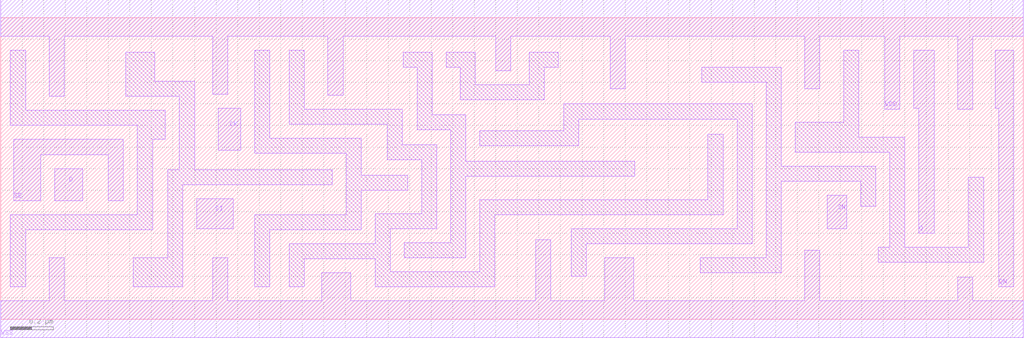
<source format=lef>
# 
# ******************************************************************************
# *                                                                            *
# *                   Copyright (C) 2004-2010, Nangate Inc.                    *
# *                           All rights reserved.                             *
# *                                                                            *
# * Nangate and the Nangate logo are trademarks of Nangate Inc.                *
# *                                                                            *
# * All trademarks, logos, software marks, and trade names (collectively the   *
# * "Marks") in this program are proprietary to Nangate or other respective    *
# * owners that have granted Nangate the right and license to use such Marks.  *
# * You are not permitted to use the Marks without the prior written consent   *
# * of Nangate or such third party that may own the Marks.                     *
# *                                                                            *
# * This file has been provided pursuant to a License Agreement containing     *
# * restrictions on its use. This file contains valuable trade secrets and     *
# * proprietary information of Nangate Inc., and is protected by U.S. and      *
# * international laws and/or treaties.                                        *
# *                                                                            *
# * The copyright notice(s) in this file does not indicate actual or intended  *
# * publication of this file.                                                  *
# *                                                                            *
# *     NGLibraryCreator, v2010.08-HR32-SP3-2010-08-05 - build 1009061800      *
# *                                                                            *
# ******************************************************************************
# 
# 
# Running on brazil06.nangate.com.br for user Giancarlo Franciscatto (gfr).
# Local time is now Fri, 3 Dec 2010, 19:32:18.
# Main process id is 27821.

VERSION 5.6 ;
BUSBITCHARS "[]" ;
DIVIDERCHAR "/" ;

MACRO SDFFS_X1
  CLASS core ;
  FOREIGN SDFFS_X1 0.0 0.0 ;
  ORIGIN 0 0 ;
  SYMMETRY X Y ;
  SITE FreePDK45_38x28_10R_NP_162NW_34O ;
  SIZE 4.75 BY 1.4 ;
  PIN D
    DIRECTION INPUT ;
    ANTENNAPARTIALMETALAREA 0.0195 LAYER metal1 ;
    ANTENNAPARTIALMETALSIDEAREA 0.0728 LAYER metal1 ;
    ANTENNAGATEAREA 0.03475 ;
    PORT
      LAYER metal1 ;
        POLYGON 0.25 0.55 0.38 0.55 0.38 0.7 0.25 0.7  ;
    END
  END D
  PIN SE
    DIRECTION INPUT ;
    ANTENNAPARTIALMETALAREA 0.077625 LAYER metal1 ;
    ANTENNAPARTIALMETALSIDEAREA 0.2626 LAYER metal1 ;
    ANTENNAGATEAREA 0.05775 ;
    PORT
      LAYER metal1 ;
        POLYGON 0.06 0.55 0.185 0.55 0.185 0.765 0.5 0.765 0.5 0.55 0.57 0.55 0.57 0.835 0.06 0.835  ;
    END
  END SE
  PIN SI
    DIRECTION INPUT ;
    ANTENNAPARTIALMETALAREA 0.0238 LAYER metal1 ;
    ANTENNAPARTIALMETALSIDEAREA 0.0806 LAYER metal1 ;
    ANTENNAGATEAREA 0.02625 ;
    PORT
      LAYER metal1 ;
        POLYGON 0.91 0.42 1.08 0.42 1.08 0.56 0.91 0.56  ;
    END
  END SI
  PIN SN
    DIRECTION INPUT ;
    ANTENNAPARTIALMETALAREA 0.01395 LAYER metal1 ;
    ANTENNAPARTIALMETALSIDEAREA 0.0637 LAYER metal1 ;
    ANTENNAGATEAREA 0.03525 ;
    PORT
      LAYER metal1 ;
        POLYGON 3.84 0.42 3.93 0.42 3.93 0.575 3.84 0.575  ;
    END
  END SN
  PIN CK
    DIRECTION INPUT ;
    ANTENNAPARTIALMETALAREA 0.020475 LAYER metal1 ;
    ANTENNAPARTIALMETALSIDEAREA 0.078 LAYER metal1 ;
    ANTENNAGATEAREA 0.02625 ;
    PORT
      LAYER metal1 ;
        POLYGON 1.01 0.785 1.115 0.785 1.115 0.98 1.01 0.98  ;
    END
  END CK
  PIN Q
    DIRECTION OUTPUT ;
    ANTENNAPARTIALMETALAREA 0.06625 LAYER metal1 ;
    ANTENNAPARTIALMETALSIDEAREA 0.2457 LAYER metal1 ;
    ANTENNADIFFAREA 0.109725 ;
    PORT
      LAYER metal1 ;
        POLYGON 4.24 0.98 4.265 0.98 4.265 0.4 4.335 0.4 4.335 1.25 4.24 1.25  ;
    END
  END Q
  PIN QN
    DIRECTION OUTPUT ;
    ANTENNAPARTIALMETALAREA 0.08105 LAYER metal1 ;
    ANTENNAPARTIALMETALSIDEAREA 0.3081 LAYER metal1 ;
    ANTENNADIFFAREA 0.109725 ;
    PORT
      LAYER metal1 ;
        POLYGON 4.62 0.98 4.635 0.98 4.635 0.15 4.705 0.15 4.705 1.25 4.62 1.25  ;
    END
  END QN
  PIN VDD
    DIRECTION INOUT ;
    USE power ;
    SHAPE ABUTMENT ;
    PORT
      LAYER metal1 ;
        POLYGON 0 1.315 0.225 1.315 0.225 1.035 0.295 1.035 0.295 1.315 0.985 1.315 0.985 1.045 1.055 1.045 1.055 1.315 1.52 1.315 1.52 1.04 1.59 1.04 1.59 1.315 2.3 1.315 2.3 1.155 2.37 1.155 2.37 1.315 2.59 1.315 2.83 1.315 2.83 1.07 2.9 1.07 2.9 1.315 3.735 1.315 3.735 1.07 3.805 1.07 3.805 1.315 4.105 1.315 4.105 0.975 4.175 0.975 4.175 1.315 4.445 1.315 4.445 0.975 4.515 0.975 4.515 1.315 4.565 1.315 4.75 1.315 4.75 1.485 4.565 1.485 2.59 1.485 0 1.485  ;
    END
  END VDD
  PIN VSS
    DIRECTION INOUT ;
    USE ground ;
    SHAPE ABUTMENT ;
    PORT
      LAYER metal1 ;
        POLYGON 0 -0.085 4.75 -0.085 4.75 0.085 4.515 0.085 4.515 0.195 4.445 0.195 4.445 0.085 3.805 0.085 3.805 0.32 3.735 0.32 3.735 0.085 2.94 0.085 2.94 0.285 2.805 0.285 2.805 0.085 2.555 0.085 2.555 0.37 2.485 0.37 2.485 0.085 1.625 0.085 1.625 0.215 1.49 0.215 1.49 0.085 1.055 0.085 1.055 0.285 0.985 0.285 0.985 0.085 0.295 0.085 0.295 0.285 0.225 0.285 0.225 0.085 0 0.085  ;
    END
  END VSS
  OBS
      LAYER metal1 ;
        POLYGON 0.045 0.9 0.635 0.9 0.635 0.485 0.045 0.485 0.045 0.15 0.115 0.15 0.115 0.415 0.705 0.415 0.705 0.835 0.765 0.835 0.765 0.97 0.115 0.97 0.115 1.25 0.045 1.25  ;
        POLYGON 0.58 1.035 0.83 1.035 0.83 0.695 0.775 0.695 0.775 0.285 0.615 0.285 0.615 0.15 0.845 0.15 0.845 0.625 1.54 0.625 1.54 0.695 0.9 0.695 0.9 1.105 0.715 1.105 0.715 1.24 0.58 1.24  ;
        POLYGON 1.18 0.77 1.605 0.77 1.605 0.485 1.18 0.485 1.18 0.15 1.25 0.15 1.25 0.415 1.675 0.415 1.675 0.6 1.89 0.6 1.89 0.67 1.675 0.67 1.675 0.84 1.25 0.84 1.25 1.25 1.18 1.25  ;
        POLYGON 2.07 1.17 2.135 1.17 2.135 1.02 2.525 1.02 2.525 1.17 2.59 1.17 2.59 1.24 2.455 1.24 2.455 1.09 2.205 1.09 2.205 1.24 2.07 1.24  ;
        POLYGON 1.87 1.17 1.935 1.17 1.935 0.88 2.09 0.88 2.09 0.355 1.875 0.355 1.875 0.285 2.16 0.285 2.16 0.665 2.945 0.665 2.945 0.735 2.16 0.735 2.16 0.95 2.005 0.95 2.005 1.24 1.87 1.24  ;
        POLYGON 1.34 0.905 1.795 0.905 1.795 0.74 1.955 0.74 1.955 0.49 1.74 0.49 1.74 0.35 1.34 0.35 1.34 0.15 1.41 0.15 1.41 0.28 1.74 0.28 1.74 0.15 2.295 0.15 2.295 0.485 3.355 0.485 3.355 0.86 3.285 0.86 3.285 0.555 2.225 0.555 2.225 0.22 1.81 0.22 1.81 0.42 2.025 0.42 2.025 0.81 1.865 0.81 1.865 0.975 1.41 0.975 1.41 1.25 1.34 1.25  ;
        POLYGON 2.225 0.805 2.685 0.805 2.685 0.93 3.42 0.93 3.42 0.42 2.65 0.42 2.65 0.2 2.72 0.2 2.72 0.35 3.49 0.35 3.49 1 2.615 1 2.615 0.875 2.225 0.875  ;
        POLYGON 3.255 1.1 3.555 1.1 3.555 0.285 3.25 0.285 3.25 0.215 3.625 0.215 3.625 0.64 3.995 0.64 3.995 0.525 4.065 0.525 4.065 0.71 3.625 0.71 3.625 1.17 3.255 1.17  ;
        POLYGON 3.69 0.775 4.13 0.775 4.13 0.335 4.075 0.335 4.075 0.265 4.565 0.265 4.565 0.66 4.495 0.66 4.495 0.335 4.2 0.335 4.2 0.845 3.985 0.845 3.985 1.25 3.915 1.25 3.915 0.915 3.69 0.915  ;
  END
END SDFFS_X1

END LIBRARY
#
# End of file
#

</source>
